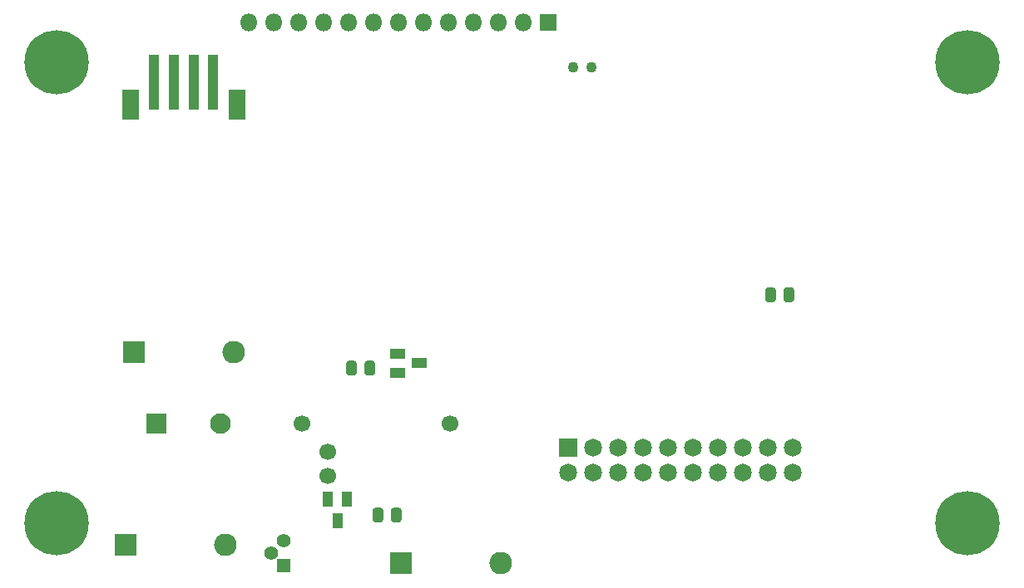
<source format=gbr>
G04 #@! TF.GenerationSoftware,KiCad,Pcbnew,(5.1.6-0-10_14)*
G04 #@! TF.CreationDate,2020-09-03T10:58:02-04:00*
G04 #@! TF.ProjectId,Pufferfish-Interface-2,50756666-6572-4666-9973-682d496e7465,rev?*
G04 #@! TF.SameCoordinates,Original*
G04 #@! TF.FileFunction,Soldermask,Bot*
G04 #@! TF.FilePolarity,Negative*
%FSLAX46Y46*%
G04 Gerber Fmt 4.6, Leading zero omitted, Abs format (unit mm)*
G04 Created by KiCad (PCBNEW (5.1.6-0-10_14)) date 2020-09-03 10:58:02*
%MOMM*%
%LPD*%
G01*
G04 APERTURE LIST*
%ADD10C,6.553200*%
%ADD11O,1.800000X1.800000*%
%ADD12R,1.800000X1.800000*%
%ADD13O,2.300000X2.300000*%
%ADD14R,2.300000X2.300000*%
%ADD15R,2.100000X2.100000*%
%ADD16C,2.100000*%
%ADD17C,1.100000*%
%ADD18R,1.400000X1.400000*%
%ADD19C,1.400000*%
%ADD20C,1.825000*%
%ADD21R,1.825000X1.825000*%
%ADD22R,1.500000X1.100000*%
%ADD23R,1.100000X1.500000*%
%ADD24R,1.100000X5.600000*%
%ADD25R,1.700000X3.100000*%
%ADD26C,1.700000*%
G04 APERTURE END LIST*
D10*
X76200000Y-49530000D03*
X76200000Y-2540000D03*
X-16510000Y-49530000D03*
X-16510000Y-2540000D03*
D11*
X3020000Y1500000D03*
X5560000Y1500000D03*
X8100000Y1500000D03*
X10640000Y1500000D03*
X13180000Y1500000D03*
X15720000Y1500000D03*
X18260000Y1500000D03*
X20800000Y1500000D03*
X23340000Y1500000D03*
X25880000Y1500000D03*
X28420000Y1500000D03*
X30960000Y1500000D03*
D12*
X33500000Y1500000D03*
D13*
X645380Y-51745980D03*
D14*
X-9514620Y-51745980D03*
D15*
X-6370000Y-39370000D03*
D16*
X130000Y-39370000D03*
D17*
X36050000Y-3100000D03*
X37950000Y-3100000D03*
G36*
G01*
X57490000Y-26761250D02*
X57490000Y-25798750D01*
G75*
G02*
X57758750Y-25530000I268750J0D01*
G01*
X58296250Y-25530000D01*
G75*
G02*
X58565000Y-25798750I0J-268750D01*
G01*
X58565000Y-26761250D01*
G75*
G02*
X58296250Y-27030000I-268750J0D01*
G01*
X57758750Y-27030000D01*
G75*
G02*
X57490000Y-26761250I0J268750D01*
G01*
G37*
G36*
G01*
X55615000Y-26761250D02*
X55615000Y-25798750D01*
G75*
G02*
X55883750Y-25530000I268750J0D01*
G01*
X56421250Y-25530000D01*
G75*
G02*
X56690000Y-25798750I0J-268750D01*
G01*
X56690000Y-26761250D01*
G75*
G02*
X56421250Y-27030000I-268750J0D01*
G01*
X55883750Y-27030000D01*
G75*
G02*
X55615000Y-26761250I0J268750D01*
G01*
G37*
D18*
X6630000Y-53920000D03*
D19*
X6630000Y-51380000D03*
X5360000Y-52650000D03*
D20*
X58453500Y-44409840D03*
X58453500Y-41869840D03*
X55913500Y-44409840D03*
X55913500Y-41869840D03*
X48293500Y-41869840D03*
X48293500Y-44409840D03*
X50833500Y-41869840D03*
X50833500Y-44409840D03*
X53373500Y-41869840D03*
X53373500Y-44409840D03*
X40673500Y-41869840D03*
X35593500Y-44409840D03*
X38133500Y-41869840D03*
X40673500Y-44409840D03*
D21*
X35593500Y-41869840D03*
D20*
X43213500Y-41869840D03*
X43213500Y-44409840D03*
X45753500Y-41869840D03*
X45753500Y-44409840D03*
X38133500Y-44409840D03*
D22*
X20376060Y-33258760D03*
X18176060Y-32308760D03*
X18176060Y-34208760D03*
D23*
X12070120Y-49355100D03*
X13020120Y-47155100D03*
X11120120Y-47155100D03*
G36*
G01*
X14037600Y-33282970D02*
X14037600Y-34245470D01*
G75*
G02*
X13768850Y-34514220I-268750J0D01*
G01*
X13231350Y-34514220D01*
G75*
G02*
X12962600Y-34245470I0J268750D01*
G01*
X12962600Y-33282970D01*
G75*
G02*
X13231350Y-33014220I268750J0D01*
G01*
X13768850Y-33014220D01*
G75*
G02*
X14037600Y-33282970I0J-268750D01*
G01*
G37*
G36*
G01*
X15912600Y-33282970D02*
X15912600Y-34245470D01*
G75*
G02*
X15643850Y-34514220I-268750J0D01*
G01*
X15106350Y-34514220D01*
G75*
G02*
X14837600Y-34245470I0J268750D01*
G01*
X14837600Y-33282970D01*
G75*
G02*
X15106350Y-33014220I268750J0D01*
G01*
X15643850Y-33014220D01*
G75*
G02*
X15912600Y-33282970I0J-268750D01*
G01*
G37*
G36*
G01*
X17524680Y-49216230D02*
X17524680Y-48253730D01*
G75*
G02*
X17793430Y-47984980I268750J0D01*
G01*
X18330930Y-47984980D01*
G75*
G02*
X18599680Y-48253730I0J-268750D01*
G01*
X18599680Y-49216230D01*
G75*
G02*
X18330930Y-49484980I-268750J0D01*
G01*
X17793430Y-49484980D01*
G75*
G02*
X17524680Y-49216230I0J268750D01*
G01*
G37*
G36*
G01*
X15649680Y-49216230D02*
X15649680Y-48253730D01*
G75*
G02*
X15918430Y-47984980I268750J0D01*
G01*
X16455930Y-47984980D01*
G75*
G02*
X16724680Y-48253730I0J-268750D01*
G01*
X16724680Y-49216230D01*
G75*
G02*
X16455930Y-49484980I-268750J0D01*
G01*
X15918430Y-49484980D01*
G75*
G02*
X15649680Y-49216230I0J268750D01*
G01*
G37*
D13*
X1550000Y-32130000D03*
D14*
X-8610000Y-32130000D03*
D13*
X28702000Y-53594000D03*
D14*
X18542000Y-53594000D03*
D24*
X-4573780Y-4645660D03*
X-2573780Y-4645660D03*
X-6573780Y-4645660D03*
X-573780Y-4645660D03*
D25*
X-8973780Y-6895660D03*
X1826220Y-6895660D03*
D26*
X11102000Y-44770000D03*
X11102000Y-42270000D03*
X8502000Y-39370000D03*
X23502000Y-39370000D03*
M02*

</source>
